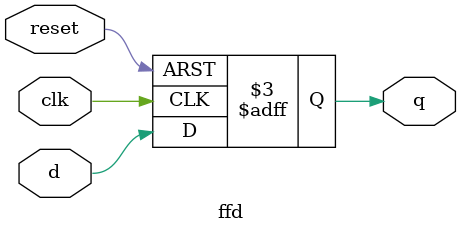
<source format=v>
module ffd (clk,reset,d,q); // assíncrono

	input clk,reset,d;
	output q;
	reg q;

	always @ (posedge clk or negedge reset) begin
	
		if(~reset) // reseta com 0
			q <= 0;
			
		else
			q <= d;
			
	end
			 
endmodule

</source>
